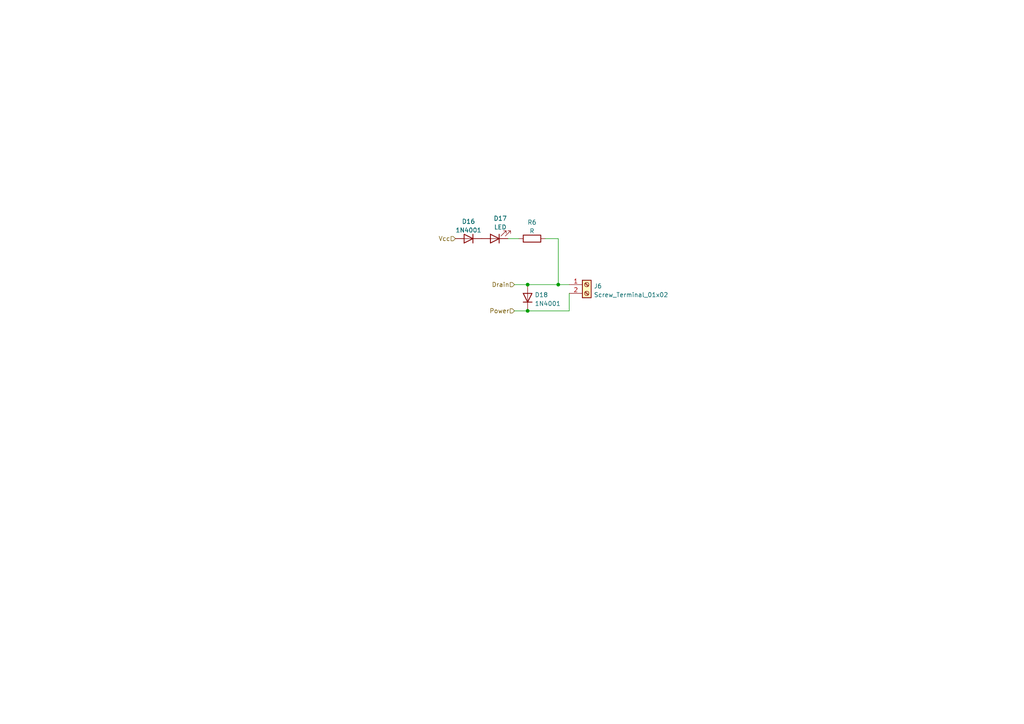
<source format=kicad_sch>
(kicad_sch (version 20211123) (generator eeschema)
  (paper "A4")
  (lib_symbols
    (symbol "Connector:Screw_Terminal_01x02" (pin_names (offset 1.016) hide)
      (property "Reference" "J" (at 0 2.54 0))
      (property "Value" "Screw_Terminal_01x02" (at 0 -5.08 0))
      (symbol "Screw_Terminal_01x02_1_1"
        (rectangle (start -1.27 1.27) (end 1.27 -3.81) (stroke (width 0.254)) (fill (type background)))
        (circle (center 0 -2.54) (radius 0.635) (stroke (width 0.1524)))
        (polyline (pts (xy -0.5334 -2.2098) (xy 0.3302 -3.048)) (stroke (width 0.1524)))
        (polyline (pts (xy -0.5334 0.3302) (xy 0.3302 -0.508)) (stroke (width 0.1524)))
        (polyline (pts (xy -0.3556 -2.032) (xy 0.508 -2.8702)) (stroke (width 0.1524)))
        (polyline (pts (xy -0.3556 0.508) (xy 0.508 -0.3302)) (stroke (width 0.1524)))
        (circle (center 0 0) (radius 0.635) (stroke (width 0.1524)))
        (pin passive line (at -5.08 0 0) (length 3.81) (name "Pin_1") (number "1"))
        (pin passive line (at -5.08 -2.54 0) (length 3.81) (name "Pin_2") (number "2"))
      )
    )
    (symbol "Device:LED" (pin_numbers hide) (pin_names (offset 1.016) hide)
      (property "Reference" "D" (at 0 2.54 0))
      (property "Value" "LED" (at 0 -2.54 0))
      (symbol "LED_0_1"
        (polyline (pts (xy -1.27 -1.27) (xy -1.27 1.27)) (stroke (width 0.254)))
        (polyline (pts (xy -1.27 0) (xy 1.27 0)))
        (polyline (pts (xy 1.27 -1.27) (xy 1.27 1.27) (xy -1.27 0) (xy 1.27 -1.27)) (stroke (width 0.254)))
        (polyline (pts (xy -3.048 -0.762) (xy -4.572 -2.286) (xy -3.81 -2.286) (xy -4.572 -2.286) (xy -4.572 -1.524)))
        (polyline (pts (xy -1.778 -0.762) (xy -3.302 -2.286) (xy -2.54 -2.286) (xy -3.302 -2.286) (xy -3.302 -1.524)))
      )
      (symbol "LED_1_1"
        (pin passive line (at -3.81 0 0) (length 2.54) (name "K") (number "1"))
        (pin passive line (at 3.81 0 180) (length 2.54) (name "A") (number "2"))
      )
    )
    (symbol "Device:R" (pin_numbers hide) (pin_names (offset 0))
      (property "Reference" "R" (at 2.032 0 90))
      (property "Value" "R" (at 0 0 90))
      (symbol "R_0_1"
        (rectangle (start -1.016 -2.54) (end 1.016 2.54) (stroke (width 0.254)))
      )
      (symbol "R_1_1"
        (pin passive line (at 0 3.81 270) (length 1.27) (name "~") (number "1"))
        (pin passive line (at 0 -3.81 90) (length 1.27) (name "~") (number "2"))
      )
    )
    (symbol "Diode:1N4001" (pin_numbers hide) (pin_names (offset 1.016) hide)
      (property "Reference" "D" (at 0 2.54 0))
      (property "Value" "1N4001" (at 0 -2.54 0))
      (symbol "1N4001_0_1"
        (polyline (pts (xy -1.27 1.27) (xy -1.27 -1.27)) (stroke (width 0.254)))
        (polyline (pts (xy 1.27 0) (xy -1.27 0)))
        (polyline (pts (xy 1.27 1.27) (xy 1.27 -1.27) (xy -1.27 0) (xy 1.27 1.27)) (stroke (width 0.254)))
      )
      (symbol "1N4001_1_1"
        (pin passive line (at -3.81 0 0) (length 2.54) (name "K") (number "1"))
        (pin passive line (at 3.81 0 180) (length 2.54) (name "A") (number "2"))
      )
    )
  )
  (junction (at 153.035 82.55))
  (junction (at 153.035 90.17))
  (junction (at 161.925 82.55))
  (wire (pts (xy 158.115 69.215) (xy 161.925 69.215)))
  (wire (pts (xy 153.035 82.55) (xy 161.925 82.55)))
  (wire (pts (xy 149.225 90.17) (xy 153.035 90.17)))
  (wire (pts (xy 161.925 82.55) (xy 165.1 82.55)))
  (wire (pts (xy 149.225 82.55) (xy 153.035 82.55)))
  (wire (pts (xy 153.035 90.17) (xy 165.1 90.17)))
  (wire (pts (xy 161.925 69.215) (xy 161.925 82.55)))
  (wire (pts (xy 165.1 90.17) (xy 165.1 85.09)))
  (wire (pts (xy 150.495 69.215) (xy 147.32 69.215)))
  (hierarchical_label "Drain" (shape input) (at 149.225 82.55 180))
  (hierarchical_label "Vcc" (shape input) (at 132.08 69.215 180))
  (hierarchical_label "Power" (shape input) (at 149.225 90.17 180))
  (symbol (lib_id "Connector:Screw_Terminal_01x02") (at 170.18 82.55 0) (unit 1)
    (property "Reference" "J6" (at 172.212 82.9853 0) (effects (justify left)))
    (property "Value" "Screw_Terminal_01x02" (at 172.212 85.5222 0) (effects (justify left)))
    (property "Footprint" "TerminalBlock:TerminalBlock_bornier-2_P5.08mm" (effects hide))
  )
  (symbol (lib_id "Device:R") (at 154.305 69.215 90) (unit 1)
    (property "Reference" "R6" (at 154.305 64.4992 90))
    (property "Value" "R" (at 154.305 67.0361 90))
    (property "Footprint" "SMM:Resistor_L6.3mm_D2.5mm_P10.16mm_Horizontal" (effects hide))
  )
  (symbol (lib_id "Diode:1N4001") (at 135.89 69.215 180) (unit 1)
    (property "Reference" "D16" (at 135.89 64.2452 0))
    (property "Value" "1N4001" (at 135.89 66.7821 0))
    (property "Footprint" "Diode_THT:D_DO-41_SOD81_P10.16mm_Horizontal" (effects hide))
    (property "Datasheet" "http://www.vishay.com/docs/88503/1n4001.pdf" (effects hide))
  )
  (symbol (lib_id "Diode:1N4001") (at 153.035 86.36 90) (unit 1)
    (property "Reference" "D18" (at 155.067 85.5253 90) (effects (justify right)))
    (property "Value" "1N4001" (at 155.067 88.0622 90) (effects (justify right)))
    (property "Footprint" "Diode_THT:D_DO-41_SOD81_P10.16mm_Horizontal" (effects hide))
    (property "Datasheet" "http://www.vishay.com/docs/88503/1n4001.pdf" (effects hide))
  )
  (symbol (lib_id "Device:LED") (at 143.51 69.215 180) (unit 1)
    (property "Reference" "D17" (at 145.0975 63.3562 0))
    (property "Value" "LED" (at 145.0975 65.8931 0))
    (property "Footprint" "SMM:LED_D3.0mm" (effects hide))
  )
)
</source>
